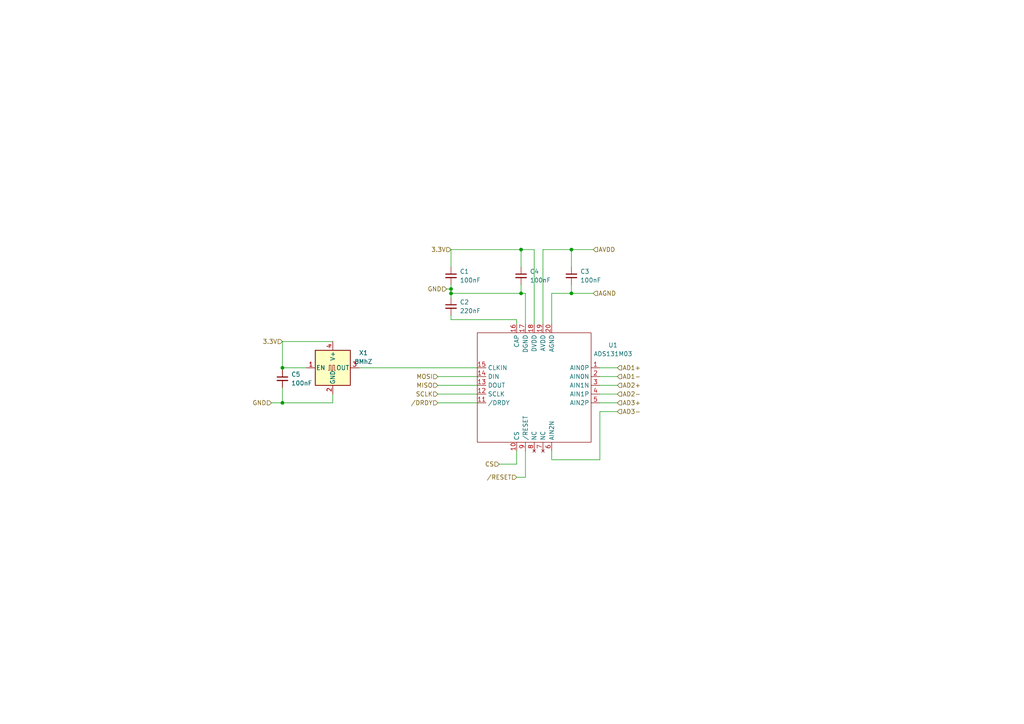
<source format=kicad_sch>
(kicad_sch (version 20211123) (generator eeschema)

  (uuid 1895faed-13c7-4877-930c-ef39a1d7419c)

  (paper "A4")

  (lib_symbols
    (symbol "Device:C_Small" (pin_numbers hide) (pin_names (offset 0.254) hide) (in_bom yes) (on_board yes)
      (property "Reference" "C" (id 0) (at 0.254 1.778 0)
        (effects (font (size 1.27 1.27)) (justify left))
      )
      (property "Value" "C_Small" (id 1) (at 0.254 -2.032 0)
        (effects (font (size 1.27 1.27)) (justify left))
      )
      (property "Footprint" "" (id 2) (at 0 0 0)
        (effects (font (size 1.27 1.27)) hide)
      )
      (property "Datasheet" "~" (id 3) (at 0 0 0)
        (effects (font (size 1.27 1.27)) hide)
      )
      (property "ki_keywords" "capacitor cap" (id 4) (at 0 0 0)
        (effects (font (size 1.27 1.27)) hide)
      )
      (property "ki_description" "Unpolarized capacitor, small symbol" (id 5) (at 0 0 0)
        (effects (font (size 1.27 1.27)) hide)
      )
      (property "ki_fp_filters" "C_*" (id 6) (at 0 0 0)
        (effects (font (size 1.27 1.27)) hide)
      )
      (symbol "C_Small_0_1"
        (polyline
          (pts
            (xy -1.524 -0.508)
            (xy 1.524 -0.508)
          )
          (stroke (width 0.3302) (type default) (color 0 0 0 0))
          (fill (type none))
        )
        (polyline
          (pts
            (xy -1.524 0.508)
            (xy 1.524 0.508)
          )
          (stroke (width 0.3048) (type default) (color 0 0 0 0))
          (fill (type none))
        )
      )
      (symbol "C_Small_1_1"
        (pin passive line (at 0 2.54 270) (length 2.032)
          (name "~" (effects (font (size 1.27 1.27))))
          (number "1" (effects (font (size 1.27 1.27))))
        )
        (pin passive line (at 0 -2.54 90) (length 2.032)
          (name "~" (effects (font (size 1.27 1.27))))
          (number "2" (effects (font (size 1.27 1.27))))
        )
      )
    )
    (symbol "Oscillator:XO32" (pin_names (offset 0.254)) (in_bom yes) (on_board yes)
      (property "Reference" "X" (id 0) (at -5.08 6.35 0)
        (effects (font (size 1.27 1.27)) (justify left))
      )
      (property "Value" "XO32" (id 1) (at 1.27 -6.35 0)
        (effects (font (size 1.27 1.27)) (justify left))
      )
      (property "Footprint" "Oscillator:Oscillator_SMD_EuroQuartz_XO32-4Pin_3.2x2.5mm" (id 2) (at 17.78 -8.89 0)
        (effects (font (size 1.27 1.27)) hide)
      )
      (property "Datasheet" "http://cdn-reichelt.de/documents/datenblatt/B400/XO32.pdf" (id 3) (at -2.54 0 0)
        (effects (font (size 1.27 1.27)) hide)
      )
      (property "ki_keywords" "Crystal Clock Oscillator" (id 4) (at 0 0 0)
        (effects (font (size 1.27 1.27)) hide)
      )
      (property "ki_description" "HCMOS Clock Oscillator" (id 5) (at 0 0 0)
        (effects (font (size 1.27 1.27)) hide)
      )
      (property "ki_fp_filters" "Oscillator*SMD*EuroQuartz*XO32*3.2x2.5mm*" (id 6) (at 0 0 0)
        (effects (font (size 1.27 1.27)) hide)
      )
      (symbol "XO32_0_1"
        (rectangle (start -5.08 5.08) (end 5.08 -5.08)
          (stroke (width 0.254) (type default) (color 0 0 0 0))
          (fill (type background))
        )
        (polyline
          (pts
            (xy -1.27 -0.762)
            (xy -1.016 -0.762)
            (xy -1.016 0.762)
            (xy -0.508 0.762)
            (xy -0.508 -0.762)
            (xy 0 -0.762)
            (xy 0 0.762)
            (xy 0.508 0.762)
            (xy 0.508 -0.762)
            (xy 0.762 -0.762)
          )
          (stroke (width 0) (type default) (color 0 0 0 0))
          (fill (type none))
        )
      )
      (symbol "XO32_1_1"
        (pin input line (at -7.62 0 0) (length 2.54)
          (name "EN" (effects (font (size 1.27 1.27))))
          (number "1" (effects (font (size 1.27 1.27))))
        )
        (pin power_in line (at 0 -7.62 90) (length 2.54)
          (name "GND" (effects (font (size 1.27 1.27))))
          (number "2" (effects (font (size 1.27 1.27))))
        )
        (pin output line (at 7.62 0 180) (length 2.54)
          (name "OUT" (effects (font (size 1.27 1.27))))
          (number "3" (effects (font (size 1.27 1.27))))
        )
        (pin power_in line (at 0 7.62 270) (length 2.54)
          (name "V+" (effects (font (size 1.27 1.27))))
          (number "4" (effects (font (size 1.27 1.27))))
        )
      )
    )
    (symbol "b084:ADS131M03" (in_bom yes) (on_board yes)
      (property "Reference" "U" (id 0) (at 7.62 19.05 0)
        (effects (font (size 1.27 1.27)))
      )
      (property "Value" "ADS131M03" (id 1) (at 12.7 16.51 0)
        (effects (font (size 1.27 1.27)))
      )
      (property "Footprint" "" (id 2) (at 0 26.67 0)
        (effects (font (size 1.27 1.27)) hide)
      )
      (property "Datasheet" "" (id 3) (at 0 26.67 0)
        (effects (font (size 1.27 1.27)) hide)
      )
      (symbol "ADS131M03_0_1"
        (rectangle (start -16.51 15.24) (end 16.51 -16.51)
          (stroke (width 0) (type default) (color 0 0 0 0))
          (fill (type none))
        )
      )
      (symbol "ADS131M03_1_1"
        (pin input line (at -19.05 5.08 0) (length 2.54)
          (name "AIN0P" (effects (font (size 1.27 1.27))))
          (number "1" (effects (font (size 1.27 1.27))))
        )
        (pin input line (at 5.08 -19.05 90) (length 2.54)
          (name "CS" (effects (font (size 1.27 1.27))))
          (number "10" (effects (font (size 1.27 1.27))))
        )
        (pin output line (at 16.51 -5.08 180) (length 2.54)
          (name "/DRDY" (effects (font (size 1.27 1.27))))
          (number "11" (effects (font (size 1.27 1.27))))
        )
        (pin input line (at 16.51 -2.54 180) (length 2.54)
          (name "SCLK" (effects (font (size 1.27 1.27))))
          (number "12" (effects (font (size 1.27 1.27))))
        )
        (pin output line (at 16.51 0 180) (length 2.54)
          (name "DOUT" (effects (font (size 1.27 1.27))))
          (number "13" (effects (font (size 1.27 1.27))))
        )
        (pin input line (at 16.51 2.54 180) (length 2.54)
          (name "DIN" (effects (font (size 1.27 1.27))))
          (number "14" (effects (font (size 1.27 1.27))))
        )
        (pin input line (at 16.51 5.08 180) (length 2.54)
          (name "CLKIN" (effects (font (size 1.27 1.27))))
          (number "15" (effects (font (size 1.27 1.27))))
        )
        (pin passive line (at 5.08 17.78 270) (length 2.54)
          (name "CAP" (effects (font (size 1.27 1.27))))
          (number "16" (effects (font (size 1.27 1.27))))
        )
        (pin power_in line (at 2.54 17.78 270) (length 2.54)
          (name "DGND" (effects (font (size 1.27 1.27))))
          (number "17" (effects (font (size 1.27 1.27))))
        )
        (pin power_in line (at 0 17.78 270) (length 2.54)
          (name "DVDD" (effects (font (size 1.27 1.27))))
          (number "18" (effects (font (size 1.27 1.27))))
        )
        (pin power_in line (at -2.54 17.78 270) (length 2.54)
          (name "AVDD" (effects (font (size 1.27 1.27))))
          (number "19" (effects (font (size 1.27 1.27))))
        )
        (pin input line (at -19.05 2.54 0) (length 2.54)
          (name "AIN0N" (effects (font (size 1.27 1.27))))
          (number "2" (effects (font (size 1.27 1.27))))
        )
        (pin power_in line (at -5.08 17.78 270) (length 2.54)
          (name "AGND" (effects (font (size 1.27 1.27))))
          (number "20" (effects (font (size 1.27 1.27))))
        )
        (pin input line (at -19.05 0 0) (length 2.54)
          (name "AIN1N" (effects (font (size 1.27 1.27))))
          (number "3" (effects (font (size 1.27 1.27))))
        )
        (pin input line (at -19.05 -2.54 0) (length 2.54)
          (name "AIN1P" (effects (font (size 1.27 1.27))))
          (number "4" (effects (font (size 1.27 1.27))))
        )
        (pin input line (at -19.05 -5.08 0) (length 2.54)
          (name "AIN2P" (effects (font (size 1.27 1.27))))
          (number "5" (effects (font (size 1.27 1.27))))
        )
        (pin input line (at -5.08 -19.05 90) (length 2.54)
          (name "AIN2N" (effects (font (size 1.27 1.27))))
          (number "6" (effects (font (size 1.27 1.27))))
        )
        (pin no_connect line (at -2.54 -19.05 90) (length 2.54)
          (name "NC" (effects (font (size 1.27 1.27))))
          (number "7" (effects (font (size 1.27 1.27))))
        )
        (pin no_connect line (at 0 -19.05 90) (length 2.54)
          (name "NC" (effects (font (size 1.27 1.27))))
          (number "8" (effects (font (size 1.27 1.27))))
        )
        (pin input line (at 2.54 -19.05 90) (length 2.54)
          (name "/RESET" (effects (font (size 1.27 1.27))))
          (number "9" (effects (font (size 1.27 1.27))))
        )
      )
    )
  )

  (junction (at 81.915 116.84) (diameter 0) (color 0 0 0 0)
    (uuid 34d78b03-28b9-425a-a384-8010bd7537c9)
  )
  (junction (at 130.81 85.09) (diameter 0) (color 0 0 0 0)
    (uuid 4d42f5c7-796d-4704-ad6c-89f59a3647ac)
  )
  (junction (at 151.13 85.09) (diameter 0) (color 0 0 0 0)
    (uuid 8988745f-e80d-4ff0-837d-5dc9929c045a)
  )
  (junction (at 130.81 83.82) (diameter 0) (color 0 0 0 0)
    (uuid 8c52ac18-58b7-41dc-9153-e8660a50a719)
  )
  (junction (at 165.735 85.09) (diameter 0) (color 0 0 0 0)
    (uuid b9fefb19-1a40-4044-8cec-48afe12b0317)
  )
  (junction (at 81.915 106.68) (diameter 0) (color 0 0 0 0)
    (uuid c0227ef7-5f67-476e-afb8-41b4f7dd4254)
  )
  (junction (at 151.13 72.39) (diameter 0) (color 0 0 0 0)
    (uuid c429073a-0727-4892-9492-9844859f0eb1)
  )
  (junction (at 165.735 72.39) (diameter 0) (color 0 0 0 0)
    (uuid e10f5f91-758a-4853-a0b6-81cf73599cfb)
  )

  (wire (pts (xy 173.99 109.22) (xy 179.07 109.22))
    (stroke (width 0) (type default) (color 0 0 0 0))
    (uuid 0cb8718b-0991-4829-b095-28a137b71a67)
  )
  (wire (pts (xy 81.915 99.06) (xy 81.915 106.68))
    (stroke (width 0) (type default) (color 0 0 0 0))
    (uuid 10c8e71b-4a9c-416e-8bbf-de4308c40173)
  )
  (wire (pts (xy 81.915 112.395) (xy 81.915 116.84))
    (stroke (width 0) (type default) (color 0 0 0 0))
    (uuid 22ee42f3-5145-4633-94bd-8c9b4cc51833)
  )
  (wire (pts (xy 149.86 134.62) (xy 149.86 130.81))
    (stroke (width 0) (type default) (color 0 0 0 0))
    (uuid 2590386c-d7db-4deb-b45b-0f3d0499798f)
  )
  (wire (pts (xy 96.52 116.84) (xy 96.52 114.3))
    (stroke (width 0) (type default) (color 0 0 0 0))
    (uuid 287f256a-5f4f-44b0-b7f3-98e6eb641497)
  )
  (wire (pts (xy 173.99 106.68) (xy 179.07 106.68))
    (stroke (width 0) (type default) (color 0 0 0 0))
    (uuid 2b26dec6-5cf4-4a77-9ebb-ff8d9484fbbf)
  )
  (wire (pts (xy 104.14 106.68) (xy 138.43 106.68))
    (stroke (width 0) (type default) (color 0 0 0 0))
    (uuid 3ece0b0a-e4f3-4c53-8036-876fd67776e8)
  )
  (wire (pts (xy 130.81 92.71) (xy 149.86 92.71))
    (stroke (width 0) (type default) (color 0 0 0 0))
    (uuid 425fd105-f692-457e-899a-daaae0b8502b)
  )
  (wire (pts (xy 165.735 72.39) (xy 172.085 72.39))
    (stroke (width 0) (type default) (color 0 0 0 0))
    (uuid 426bd3df-f110-43bc-965b-177017e675e3)
  )
  (wire (pts (xy 81.915 106.68) (xy 81.915 107.315))
    (stroke (width 0) (type default) (color 0 0 0 0))
    (uuid 42ccf875-2c85-4dff-a4bb-2f8cf3a2e15e)
  )
  (wire (pts (xy 81.915 99.06) (xy 96.52 99.06))
    (stroke (width 0) (type default) (color 0 0 0 0))
    (uuid 446c83d3-f546-49b3-9935-0aec32f24f40)
  )
  (wire (pts (xy 151.13 72.39) (xy 154.94 72.39))
    (stroke (width 0) (type default) (color 0 0 0 0))
    (uuid 4e1d56b3-3449-475a-a7ad-37ce6686b133)
  )
  (wire (pts (xy 151.13 82.55) (xy 151.13 85.09))
    (stroke (width 0) (type default) (color 0 0 0 0))
    (uuid 555fb3f3-1b7a-4d91-b4bc-3f8da4198410)
  )
  (wire (pts (xy 173.99 119.38) (xy 179.07 119.38))
    (stroke (width 0) (type default) (color 0 0 0 0))
    (uuid 57f544d6-99ba-49bd-931a-b3bc1f833f1a)
  )
  (wire (pts (xy 173.99 114.3) (xy 179.07 114.3))
    (stroke (width 0) (type default) (color 0 0 0 0))
    (uuid 5e04495c-af35-412d-bf5b-7630e6e130f7)
  )
  (wire (pts (xy 127 114.3) (xy 138.43 114.3))
    (stroke (width 0) (type default) (color 0 0 0 0))
    (uuid 5f1e153d-463a-44ed-aba1-a53989732b34)
  )
  (wire (pts (xy 130.81 85.09) (xy 130.81 86.36))
    (stroke (width 0) (type default) (color 0 0 0 0))
    (uuid 61a2742b-8a5f-4404-b7c3-d33c7e70748b)
  )
  (wire (pts (xy 165.735 77.47) (xy 165.735 72.39))
    (stroke (width 0) (type default) (color 0 0 0 0))
    (uuid 65fce4f9-16e4-436a-992b-49a37e786e15)
  )
  (wire (pts (xy 151.13 72.39) (xy 151.13 77.47))
    (stroke (width 0) (type default) (color 0 0 0 0))
    (uuid 69ec583a-6bf5-49c9-a88a-3299692b69be)
  )
  (wire (pts (xy 130.81 91.44) (xy 130.81 92.71))
    (stroke (width 0) (type default) (color 0 0 0 0))
    (uuid 6cd25f41-dd88-48f6-815d-9c631f892fc5)
  )
  (wire (pts (xy 144.78 134.62) (xy 149.86 134.62))
    (stroke (width 0) (type default) (color 0 0 0 0))
    (uuid 6dc15342-04e5-41a4-a942-a4498d65ee50)
  )
  (wire (pts (xy 130.81 72.39) (xy 151.13 72.39))
    (stroke (width 0) (type default) (color 0 0 0 0))
    (uuid 6ff4e469-357b-41df-b0ce-5ea3d4e2f6bf)
  )
  (wire (pts (xy 127 109.22) (xy 138.43 109.22))
    (stroke (width 0) (type default) (color 0 0 0 0))
    (uuid 71828555-72ec-4cf4-8a6c-c504322f3d37)
  )
  (wire (pts (xy 81.915 116.84) (xy 96.52 116.84))
    (stroke (width 0) (type default) (color 0 0 0 0))
    (uuid 74a76ee2-c321-4401-af8b-5a8c33a7cce4)
  )
  (wire (pts (xy 152.4 138.43) (xy 152.4 130.81))
    (stroke (width 0) (type default) (color 0 0 0 0))
    (uuid 889267bb-9581-445a-9273-680071ae465c)
  )
  (wire (pts (xy 160.02 85.09) (xy 160.02 93.98))
    (stroke (width 0) (type default) (color 0 0 0 0))
    (uuid 88a6aaae-2c97-429a-808c-3eab86ae1ec6)
  )
  (wire (pts (xy 130.81 85.09) (xy 130.81 83.82))
    (stroke (width 0) (type default) (color 0 0 0 0))
    (uuid 8b0b66f8-ee6e-4952-8586-983bbb32df64)
  )
  (wire (pts (xy 149.86 92.71) (xy 149.86 93.98))
    (stroke (width 0) (type default) (color 0 0 0 0))
    (uuid 9329a672-781e-43be-a210-8e69051fbf4d)
  )
  (wire (pts (xy 165.735 85.09) (xy 172.085 85.09))
    (stroke (width 0) (type default) (color 0 0 0 0))
    (uuid 935e13d4-e06a-4137-84b6-c05b3c696568)
  )
  (wire (pts (xy 130.81 83.82) (xy 130.81 82.55))
    (stroke (width 0) (type default) (color 0 0 0 0))
    (uuid 9399d3b9-e5b9-487b-9bef-ec00d38b8b30)
  )
  (wire (pts (xy 152.4 85.09) (xy 152.4 93.98))
    (stroke (width 0) (type default) (color 0 0 0 0))
    (uuid 95aefa5b-d171-4824-b627-b1284c654940)
  )
  (wire (pts (xy 160.02 85.09) (xy 165.735 85.09))
    (stroke (width 0) (type default) (color 0 0 0 0))
    (uuid 9bb54f71-c4fa-4e21-8507-c10793b28b4c)
  )
  (wire (pts (xy 127 116.84) (xy 138.43 116.84))
    (stroke (width 0) (type default) (color 0 0 0 0))
    (uuid a2627e8c-0a38-4d8b-b2b1-a3dc497ea107)
  )
  (wire (pts (xy 149.86 138.43) (xy 152.4 138.43))
    (stroke (width 0) (type default) (color 0 0 0 0))
    (uuid a5ee5db2-bd45-4a32-90f5-d01e33da8fd3)
  )
  (wire (pts (xy 129.54 83.82) (xy 130.81 83.82))
    (stroke (width 0) (type default) (color 0 0 0 0))
    (uuid a6ef68cd-eb65-4fcf-9324-780eee827c2a)
  )
  (wire (pts (xy 157.48 72.39) (xy 157.48 93.98))
    (stroke (width 0) (type default) (color 0 0 0 0))
    (uuid b6b9a23f-1a6c-42e3-bdec-7c0db163c57e)
  )
  (wire (pts (xy 151.13 85.09) (xy 152.4 85.09))
    (stroke (width 0) (type default) (color 0 0 0 0))
    (uuid bccacbc4-50e5-4d3e-9c89-71f8cbc6bef0)
  )
  (wire (pts (xy 157.48 72.39) (xy 165.735 72.39))
    (stroke (width 0) (type default) (color 0 0 0 0))
    (uuid bf7da281-de5d-4de9-92d6-03f0382fbade)
  )
  (wire (pts (xy 165.735 85.09) (xy 165.735 82.55))
    (stroke (width 0) (type default) (color 0 0 0 0))
    (uuid c3e6567e-eeff-4f62-8350-3370feca9e46)
  )
  (wire (pts (xy 127 111.76) (xy 138.43 111.76))
    (stroke (width 0) (type default) (color 0 0 0 0))
    (uuid c5310d99-7be4-4bc3-9565-7dd2d9513be7)
  )
  (wire (pts (xy 173.99 133.35) (xy 160.02 133.35))
    (stroke (width 0) (type default) (color 0 0 0 0))
    (uuid d01cee20-10ff-4862-ba3f-ce578718605b)
  )
  (wire (pts (xy 78.74 116.84) (xy 81.915 116.84))
    (stroke (width 0) (type default) (color 0 0 0 0))
    (uuid d2c2c375-1771-446b-bd69-41d533b316f8)
  )
  (wire (pts (xy 173.99 111.76) (xy 179.07 111.76))
    (stroke (width 0) (type default) (color 0 0 0 0))
    (uuid d70aeaf8-4d68-4149-b399-c2104aa9f865)
  )
  (wire (pts (xy 154.94 72.39) (xy 154.94 93.98))
    (stroke (width 0) (type default) (color 0 0 0 0))
    (uuid d75a9a1d-5ec1-47d4-bb56-69a79a87a45d)
  )
  (wire (pts (xy 130.81 77.47) (xy 130.81 72.39))
    (stroke (width 0) (type default) (color 0 0 0 0))
    (uuid dd9983ad-0ffb-43dc-95e8-ad6f7a9ab7a7)
  )
  (wire (pts (xy 173.99 119.38) (xy 173.99 133.35))
    (stroke (width 0) (type default) (color 0 0 0 0))
    (uuid ea6dd804-cfe3-4a9a-a42d-41ce64c2a987)
  )
  (wire (pts (xy 81.915 106.68) (xy 88.9 106.68))
    (stroke (width 0) (type default) (color 0 0 0 0))
    (uuid f42d8ad9-91d8-4854-b2f6-9f94f5fca55f)
  )
  (wire (pts (xy 173.99 116.84) (xy 179.07 116.84))
    (stroke (width 0) (type default) (color 0 0 0 0))
    (uuid f45ffd63-8f36-40e3-9d80-2fc948a8a27c)
  )
  (wire (pts (xy 130.81 85.09) (xy 151.13 85.09))
    (stroke (width 0) (type default) (color 0 0 0 0))
    (uuid f9f343ee-b11a-4a11-992e-488d61197a68)
  )
  (wire (pts (xy 160.02 133.35) (xy 160.02 130.81))
    (stroke (width 0) (type default) (color 0 0 0 0))
    (uuid fa66bfe4-1d0e-4db2-a1be-615ac53ae915)
  )

  (hierarchical_label "AD1-" (shape input) (at 179.07 109.22 0)
    (effects (font (size 1.27 1.27)) (justify left))
    (uuid 11fb31f8-7db3-4dd1-a575-d3d51e92d5d6)
  )
  (hierarchical_label "MOSI" (shape input) (at 127 109.22 180)
    (effects (font (size 1.27 1.27)) (justify right))
    (uuid 2587a3bf-3b2a-4f02-b558-a6c7c4e931fa)
  )
  (hierarchical_label "3.3V" (shape input) (at 81.915 99.06 180)
    (effects (font (size 1.27 1.27)) (justify right))
    (uuid 3a0adfd1-28d1-4b8a-9c06-39dc0cb5da58)
  )
  (hierarchical_label "{slash}DRDY" (shape input) (at 127 116.84 180)
    (effects (font (size 1.27 1.27)) (justify right))
    (uuid 418cf51c-2cc2-45a4-adc1-824196c05cd2)
  )
  (hierarchical_label "AD3+" (shape input) (at 179.07 116.84 0)
    (effects (font (size 1.27 1.27)) (justify left))
    (uuid 6ec84d05-51bc-459c-8f8a-ac3710e7e0ed)
  )
  (hierarchical_label "AD1+" (shape input) (at 179.07 106.68 0)
    (effects (font (size 1.27 1.27)) (justify left))
    (uuid 708d7f5c-71aa-4b95-871a-cbc4d5352dd3)
  )
  (hierarchical_label "{slash}RESET" (shape input) (at 149.86 138.43 180)
    (effects (font (size 1.27 1.27)) (justify right))
    (uuid 7345d46e-f78a-4b37-a6f8-4052f1d5aa37)
  )
  (hierarchical_label "AGND" (shape input) (at 172.085 85.09 0)
    (effects (font (size 1.27 1.27)) (justify left))
    (uuid 7f3e51fc-165d-4c38-a634-436b74e419b0)
  )
  (hierarchical_label "GND" (shape input) (at 78.74 116.84 180)
    (effects (font (size 1.27 1.27)) (justify right))
    (uuid 89b66f88-6913-4e25-a942-a305658c0464)
  )
  (hierarchical_label "SCLK" (shape input) (at 127 114.3 180)
    (effects (font (size 1.27 1.27)) (justify right))
    (uuid a5aac7b0-8ad0-4c24-a9cf-778c1eff0070)
  )
  (hierarchical_label "MISO" (shape input) (at 127 111.76 180)
    (effects (font (size 1.27 1.27)) (justify right))
    (uuid aa6eb8c2-7b48-486a-b6ef-6f522dc65d8e)
  )
  (hierarchical_label "AD2+" (shape input) (at 179.07 111.76 0)
    (effects (font (size 1.27 1.27)) (justify left))
    (uuid b0a35ec8-2fbf-4317-97bd-297964e3c265)
  )
  (hierarchical_label "AD2-" (shape input) (at 179.07 114.3 0)
    (effects (font (size 1.27 1.27)) (justify left))
    (uuid ba8f7ebd-7d55-4f47-86ce-53c765975be7)
  )
  (hierarchical_label "AD3-" (shape input) (at 179.07 119.38 0)
    (effects (font (size 1.27 1.27)) (justify left))
    (uuid cc00c270-0d74-4475-b558-3eca3d64d750)
  )
  (hierarchical_label "3.3V" (shape input) (at 130.81 72.39 180)
    (effects (font (size 1.27 1.27)) (justify right))
    (uuid d8ac1b5b-ff99-45eb-8123-822ea64cd3d7)
  )
  (hierarchical_label "GND" (shape input) (at 129.54 83.82 180)
    (effects (font (size 1.27 1.27)) (justify right))
    (uuid e34461db-6972-4f7a-9b9d-adb7b733c50c)
  )
  (hierarchical_label "AVDD" (shape input) (at 172.085 72.39 0)
    (effects (font (size 1.27 1.27)) (justify left))
    (uuid f12dbd7a-c73b-46d5-b02f-6c425ee1aea4)
  )
  (hierarchical_label "CS" (shape input) (at 144.78 134.62 180)
    (effects (font (size 1.27 1.27)) (justify right))
    (uuid ff338624-be02-45c7-b8eb-f5f7cee65a74)
  )

  (symbol (lib_id "Device:C_Small") (at 130.81 80.01 0) (unit 1)
    (in_bom yes) (on_board yes) (fields_autoplaced)
    (uuid 25b6f9fa-2014-43c8-81c2-b961613061bc)
    (property "Reference" "C1" (id 0) (at 133.35 78.7462 0)
      (effects (font (size 1.27 1.27)) (justify left))
    )
    (property "Value" "100nF" (id 1) (at 133.35 81.2862 0)
      (effects (font (size 1.27 1.27)) (justify left))
    )
    (property "Footprint" "Capacitor_SMD:C_0603_1608Metric" (id 2) (at 130.81 80.01 0)
      (effects (font (size 1.27 1.27)) hide)
    )
    (property "Datasheet" "~" (id 3) (at 130.81 80.01 0)
      (effects (font (size 1.27 1.27)) hide)
    )
    (pin "1" (uuid 151cc8aa-1c31-40fc-bbcb-5791ab05d23f))
    (pin "2" (uuid 43cb2f1d-cb0e-40b9-bfb3-adb3f8b6c07a))
  )

  (symbol (lib_id "Oscillator:XO32") (at 96.52 106.68 0) (unit 1)
    (in_bom yes) (on_board yes) (fields_autoplaced)
    (uuid 39032e4b-db9a-4e8d-b959-8b69291865b2)
    (property "Reference" "X1" (id 0) (at 105.41 102.3493 0))
    (property "Value" "8MhZ" (id 1) (at 105.41 104.8893 0))
    (property "Footprint" "Oscillator:Oscillator_SMD_EuroQuartz_XO32-4Pin_3.2x2.5mm" (id 2) (at 114.3 115.57 0)
      (effects (font (size 1.27 1.27)) hide)
    )
    (property "Datasheet" "https://www.jauch.com/downloadfile/5ef1edcfb8e2f73163c8ce8009ef659d1/jo32-1.8-3.3v.pdf" (id 3) (at 93.98 106.68 0)
      (effects (font (size 1.27 1.27)) hide)
    )
    (property "MPN" "O 8,0-JO32-B-1V3-1-T1-LF" (id 4) (at 96.52 106.68 0)
      (effects (font (size 1.27 1.27)) hide)
    )
    (pin "1" (uuid 84273ef0-8cd1-473e-bc5c-12cec5bad999))
    (pin "2" (uuid 9ab64c80-c43a-4ace-bb61-35d6983c162a))
    (pin "3" (uuid 63d250a2-04de-43fc-871d-584dbd8a928d))
    (pin "4" (uuid 4212debc-96d4-4c77-b0d8-135ff1a202ba))
  )

  (symbol (lib_id "Device:C_Small") (at 165.735 80.01 0) (unit 1)
    (in_bom yes) (on_board yes) (fields_autoplaced)
    (uuid 578fb0d3-a5b8-41b7-ae47-b1053066a9fe)
    (property "Reference" "C3" (id 0) (at 168.275 78.7462 0)
      (effects (font (size 1.27 1.27)) (justify left))
    )
    (property "Value" "100nF" (id 1) (at 168.275 81.2862 0)
      (effects (font (size 1.27 1.27)) (justify left))
    )
    (property "Footprint" "Capacitor_SMD:C_0603_1608Metric" (id 2) (at 165.735 80.01 0)
      (effects (font (size 1.27 1.27)) hide)
    )
    (property "Datasheet" "~" (id 3) (at 165.735 80.01 0)
      (effects (font (size 1.27 1.27)) hide)
    )
    (pin "1" (uuid 8718b1e9-8ae6-4766-951a-83a676323810))
    (pin "2" (uuid 697e0a56-6d4a-4316-b4c6-941ca9ae9b48))
  )

  (symbol (lib_id "Device:C_Small") (at 130.81 88.9 0) (unit 1)
    (in_bom yes) (on_board yes) (fields_autoplaced)
    (uuid 670e41d1-d9a5-46ed-888c-7721e1915ea2)
    (property "Reference" "C2" (id 0) (at 133.35 87.6362 0)
      (effects (font (size 1.27 1.27)) (justify left))
    )
    (property "Value" "220nF" (id 1) (at 133.35 90.1762 0)
      (effects (font (size 1.27 1.27)) (justify left))
    )
    (property "Footprint" "Capacitor_SMD:C_0603_1608Metric" (id 2) (at 130.81 88.9 0)
      (effects (font (size 1.27 1.27)) hide)
    )
    (property "Datasheet" "~" (id 3) (at 130.81 88.9 0)
      (effects (font (size 1.27 1.27)) hide)
    )
    (pin "1" (uuid 03a0615c-0066-4201-9ca7-7e21ec5490a9))
    (pin "2" (uuid 3664c694-b3c9-4cc4-a056-136bc5ceef8a))
  )

  (symbol (lib_id "Device:C_Small") (at 81.915 109.855 0) (unit 1)
    (in_bom yes) (on_board yes) (fields_autoplaced)
    (uuid 8ff5d142-baab-4c59-8625-8f4a54fec020)
    (property "Reference" "C5" (id 0) (at 84.455 108.5912 0)
      (effects (font (size 1.27 1.27)) (justify left))
    )
    (property "Value" "100nF" (id 1) (at 84.455 111.1312 0)
      (effects (font (size 1.27 1.27)) (justify left))
    )
    (property "Footprint" "Capacitor_SMD:C_0603_1608Metric" (id 2) (at 81.915 109.855 0)
      (effects (font (size 1.27 1.27)) hide)
    )
    (property "Datasheet" "~" (id 3) (at 81.915 109.855 0)
      (effects (font (size 1.27 1.27)) hide)
    )
    (pin "1" (uuid 06c6463d-a1ab-4f24-8e6f-6a89a0c4cee5))
    (pin "2" (uuid 8909b1cc-b199-43da-be82-51fc1c54e45f))
  )

  (symbol (lib_id "b084:ADS131M03") (at 154.94 111.76 0) (mirror y) (unit 1)
    (in_bom yes) (on_board yes) (fields_autoplaced)
    (uuid b68c3636-b11c-4561-8730-ed9d6b14bccd)
    (property "Reference" "U1" (id 0) (at 177.8 100.1012 0))
    (property "Value" "ADS131M03" (id 1) (at 177.8 102.6412 0))
    (property "Footprint" "Package_DFN_QFN:WQFN-20-1EP_3x3mm_P0.4mm_EP1.7x1.7mm" (id 2) (at 154.94 85.09 0)
      (effects (font (size 1.27 1.27)) hide)
    )
    (property "Datasheet" "" (id 3) (at 154.94 85.09 0)
      (effects (font (size 1.27 1.27)) hide)
    )
    (pin "1" (uuid 1e5efe93-94ef-4952-a8d1-5a53a2f74034))
    (pin "10" (uuid 82361dda-efbe-4dfe-9838-98c0eb716690))
    (pin "11" (uuid 92f154b7-9d8c-47cc-81f5-6b5c665172f1))
    (pin "12" (uuid 141730c0-8825-475f-8019-577fa5445d0a))
    (pin "13" (uuid 79a9e928-7953-423c-aa00-6b81dbc78b4b))
    (pin "14" (uuid 87f40772-d5e2-422b-86d2-bf88e0e4016c))
    (pin "15" (uuid 0177fd47-7077-4023-afa6-34250872d0f3))
    (pin "16" (uuid 96a8d3cc-9563-44d0-8fcc-1d4e6737e5e0))
    (pin "17" (uuid 800112d8-85a5-4a47-b9ab-5e02cde4ab61))
    (pin "18" (uuid dbbc1846-5d5f-4c73-b666-4d867c947930))
    (pin "19" (uuid f6089f8d-8964-42cb-b8cd-65880a989a35))
    (pin "2" (uuid b6955602-65b1-4cd9-9e78-42876d709f72))
    (pin "20" (uuid 8f0bcc05-6bf9-4122-a054-f98c09065be9))
    (pin "3" (uuid d7d25c64-5730-4968-a764-6df57fdc40b3))
    (pin "4" (uuid e4dda33f-5567-420f-b781-6880b1f3be68))
    (pin "5" (uuid 9ec5adea-f84b-4974-9ac5-da344d3c170a))
    (pin "6" (uuid 8f31b9e1-43ce-4db6-90eb-2ea4130498fe))
    (pin "7" (uuid d25f5143-e30a-4085-aba2-7a1bfd1082fa))
    (pin "8" (uuid a749ced3-d8f5-41d5-952c-b6305bcaac8e))
    (pin "9" (uuid 3817f045-1c09-469a-bdba-68ebb49d2c49))
  )

  (symbol (lib_id "Device:C_Small") (at 151.13 80.01 0) (unit 1)
    (in_bom yes) (on_board yes) (fields_autoplaced)
    (uuid d5c1f526-0ad5-4e7f-b1e7-e890067d1422)
    (property "Reference" "C4" (id 0) (at 153.67 78.7462 0)
      (effects (font (size 1.27 1.27)) (justify left))
    )
    (property "Value" "100nF" (id 1) (at 153.67 81.2862 0)
      (effects (font (size 1.27 1.27)) (justify left))
    )
    (property "Footprint" "Capacitor_SMD:C_0603_1608Metric" (id 2) (at 151.13 80.01 0)
      (effects (font (size 1.27 1.27)) hide)
    )
    (property "Datasheet" "~" (id 3) (at 151.13 80.01 0)
      (effects (font (size 1.27 1.27)) hide)
    )
    (pin "1" (uuid c94bcef3-5fe2-4d25-ae8c-b3f666536e91))
    (pin "2" (uuid 4b5087d7-b93a-4182-8651-007b3d0cd5d4))
  )
)

</source>
